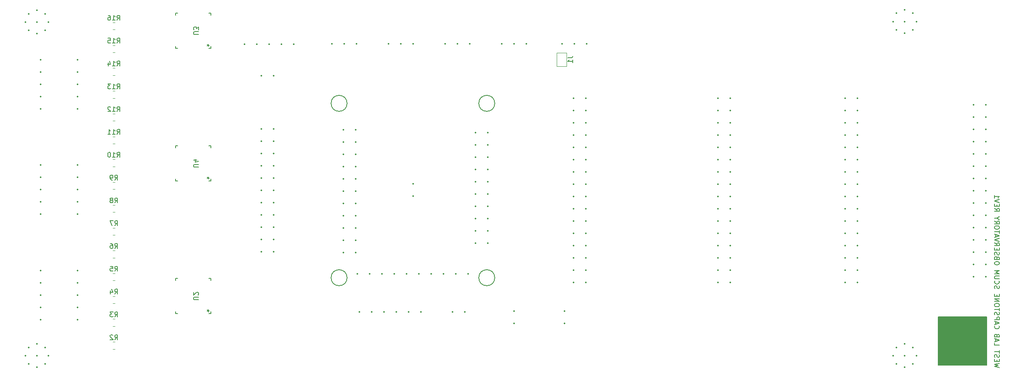
<source format=gbo>
%TF.GenerationSoftware,KiCad,Pcbnew,8.0.5*%
%TF.CreationDate,2025-02-05T22:29:24-08:00*%
%TF.ProjectId,Observatory,4f627365-7276-4617-946f-72792e6b6963,rev?*%
%TF.SameCoordinates,Original*%
%TF.FileFunction,Legend,Bot*%
%TF.FilePolarity,Positive*%
%FSLAX46Y46*%
G04 Gerber Fmt 4.6, Leading zero omitted, Abs format (unit mm)*
G04 Created by KiCad (PCBNEW 8.0.5) date 2025-02-05 22:29:24*
%MOMM*%
%LPD*%
G01*
G04 APERTURE LIST*
%ADD10C,0.150000*%
%ADD11C,0.152400*%
%ADD12C,0.120000*%
%ADD13C,0.350000*%
G04 APERTURE END LIST*
D10*
X244030180Y-115358458D02*
X243030180Y-115120363D01*
X243030180Y-115120363D02*
X243744466Y-114929887D01*
X243744466Y-114929887D02*
X243030180Y-114739411D01*
X243030180Y-114739411D02*
X244030180Y-114501316D01*
X243553990Y-114120363D02*
X243553990Y-113787030D01*
X243030180Y-113644173D02*
X243030180Y-114120363D01*
X243030180Y-114120363D02*
X244030180Y-114120363D01*
X244030180Y-114120363D02*
X244030180Y-113644173D01*
X243077800Y-113263220D02*
X243030180Y-113120363D01*
X243030180Y-113120363D02*
X243030180Y-112882268D01*
X243030180Y-112882268D02*
X243077800Y-112787030D01*
X243077800Y-112787030D02*
X243125419Y-112739411D01*
X243125419Y-112739411D02*
X243220657Y-112691792D01*
X243220657Y-112691792D02*
X243315895Y-112691792D01*
X243315895Y-112691792D02*
X243411133Y-112739411D01*
X243411133Y-112739411D02*
X243458752Y-112787030D01*
X243458752Y-112787030D02*
X243506371Y-112882268D01*
X243506371Y-112882268D02*
X243553990Y-113072744D01*
X243553990Y-113072744D02*
X243601609Y-113167982D01*
X243601609Y-113167982D02*
X243649228Y-113215601D01*
X243649228Y-113215601D02*
X243744466Y-113263220D01*
X243744466Y-113263220D02*
X243839704Y-113263220D01*
X243839704Y-113263220D02*
X243934942Y-113215601D01*
X243934942Y-113215601D02*
X243982561Y-113167982D01*
X243982561Y-113167982D02*
X244030180Y-113072744D01*
X244030180Y-113072744D02*
X244030180Y-112834649D01*
X244030180Y-112834649D02*
X243982561Y-112691792D01*
X244030180Y-112406077D02*
X244030180Y-111834649D01*
X243030180Y-112120363D02*
X244030180Y-112120363D01*
X243030180Y-110263220D02*
X243030180Y-110739410D01*
X243030180Y-110739410D02*
X244030180Y-110739410D01*
X243315895Y-109977505D02*
X243315895Y-109501315D01*
X243030180Y-110072743D02*
X244030180Y-109739410D01*
X244030180Y-109739410D02*
X243030180Y-109406077D01*
X243553990Y-108739410D02*
X243506371Y-108596553D01*
X243506371Y-108596553D02*
X243458752Y-108548934D01*
X243458752Y-108548934D02*
X243363514Y-108501315D01*
X243363514Y-108501315D02*
X243220657Y-108501315D01*
X243220657Y-108501315D02*
X243125419Y-108548934D01*
X243125419Y-108548934D02*
X243077800Y-108596553D01*
X243077800Y-108596553D02*
X243030180Y-108691791D01*
X243030180Y-108691791D02*
X243030180Y-109072743D01*
X243030180Y-109072743D02*
X244030180Y-109072743D01*
X244030180Y-109072743D02*
X244030180Y-108739410D01*
X244030180Y-108739410D02*
X243982561Y-108644172D01*
X243982561Y-108644172D02*
X243934942Y-108596553D01*
X243934942Y-108596553D02*
X243839704Y-108548934D01*
X243839704Y-108548934D02*
X243744466Y-108548934D01*
X243744466Y-108548934D02*
X243649228Y-108596553D01*
X243649228Y-108596553D02*
X243601609Y-108644172D01*
X243601609Y-108644172D02*
X243553990Y-108739410D01*
X243553990Y-108739410D02*
X243553990Y-109072743D01*
X243125419Y-106739410D02*
X243077800Y-106787029D01*
X243077800Y-106787029D02*
X243030180Y-106929886D01*
X243030180Y-106929886D02*
X243030180Y-107025124D01*
X243030180Y-107025124D02*
X243077800Y-107167981D01*
X243077800Y-107167981D02*
X243173038Y-107263219D01*
X243173038Y-107263219D02*
X243268276Y-107310838D01*
X243268276Y-107310838D02*
X243458752Y-107358457D01*
X243458752Y-107358457D02*
X243601609Y-107358457D01*
X243601609Y-107358457D02*
X243792085Y-107310838D01*
X243792085Y-107310838D02*
X243887323Y-107263219D01*
X243887323Y-107263219D02*
X243982561Y-107167981D01*
X243982561Y-107167981D02*
X244030180Y-107025124D01*
X244030180Y-107025124D02*
X244030180Y-106929886D01*
X244030180Y-106929886D02*
X243982561Y-106787029D01*
X243982561Y-106787029D02*
X243934942Y-106739410D01*
X243315895Y-106358457D02*
X243315895Y-105882267D01*
X243030180Y-106453695D02*
X244030180Y-106120362D01*
X244030180Y-106120362D02*
X243030180Y-105787029D01*
X243030180Y-105453695D02*
X244030180Y-105453695D01*
X244030180Y-105453695D02*
X244030180Y-105072743D01*
X244030180Y-105072743D02*
X243982561Y-104977505D01*
X243982561Y-104977505D02*
X243934942Y-104929886D01*
X243934942Y-104929886D02*
X243839704Y-104882267D01*
X243839704Y-104882267D02*
X243696847Y-104882267D01*
X243696847Y-104882267D02*
X243601609Y-104929886D01*
X243601609Y-104929886D02*
X243553990Y-104977505D01*
X243553990Y-104977505D02*
X243506371Y-105072743D01*
X243506371Y-105072743D02*
X243506371Y-105453695D01*
X243077800Y-104501314D02*
X243030180Y-104358457D01*
X243030180Y-104358457D02*
X243030180Y-104120362D01*
X243030180Y-104120362D02*
X243077800Y-104025124D01*
X243077800Y-104025124D02*
X243125419Y-103977505D01*
X243125419Y-103977505D02*
X243220657Y-103929886D01*
X243220657Y-103929886D02*
X243315895Y-103929886D01*
X243315895Y-103929886D02*
X243411133Y-103977505D01*
X243411133Y-103977505D02*
X243458752Y-104025124D01*
X243458752Y-104025124D02*
X243506371Y-104120362D01*
X243506371Y-104120362D02*
X243553990Y-104310838D01*
X243553990Y-104310838D02*
X243601609Y-104406076D01*
X243601609Y-104406076D02*
X243649228Y-104453695D01*
X243649228Y-104453695D02*
X243744466Y-104501314D01*
X243744466Y-104501314D02*
X243839704Y-104501314D01*
X243839704Y-104501314D02*
X243934942Y-104453695D01*
X243934942Y-104453695D02*
X243982561Y-104406076D01*
X243982561Y-104406076D02*
X244030180Y-104310838D01*
X244030180Y-104310838D02*
X244030180Y-104072743D01*
X244030180Y-104072743D02*
X243982561Y-103929886D01*
X244030180Y-103644171D02*
X244030180Y-103072743D01*
X243030180Y-103358457D02*
X244030180Y-103358457D01*
X244030180Y-102548933D02*
X244030180Y-102358457D01*
X244030180Y-102358457D02*
X243982561Y-102263219D01*
X243982561Y-102263219D02*
X243887323Y-102167981D01*
X243887323Y-102167981D02*
X243696847Y-102120362D01*
X243696847Y-102120362D02*
X243363514Y-102120362D01*
X243363514Y-102120362D02*
X243173038Y-102167981D01*
X243173038Y-102167981D02*
X243077800Y-102263219D01*
X243077800Y-102263219D02*
X243030180Y-102358457D01*
X243030180Y-102358457D02*
X243030180Y-102548933D01*
X243030180Y-102548933D02*
X243077800Y-102644171D01*
X243077800Y-102644171D02*
X243173038Y-102739409D01*
X243173038Y-102739409D02*
X243363514Y-102787028D01*
X243363514Y-102787028D02*
X243696847Y-102787028D01*
X243696847Y-102787028D02*
X243887323Y-102739409D01*
X243887323Y-102739409D02*
X243982561Y-102644171D01*
X243982561Y-102644171D02*
X244030180Y-102548933D01*
X243030180Y-101691790D02*
X244030180Y-101691790D01*
X244030180Y-101691790D02*
X243030180Y-101120362D01*
X243030180Y-101120362D02*
X244030180Y-101120362D01*
X243553990Y-100644171D02*
X243553990Y-100310838D01*
X243030180Y-100167981D02*
X243030180Y-100644171D01*
X243030180Y-100644171D02*
X244030180Y-100644171D01*
X244030180Y-100644171D02*
X244030180Y-100167981D01*
X243077800Y-99025123D02*
X243030180Y-98882266D01*
X243030180Y-98882266D02*
X243030180Y-98644171D01*
X243030180Y-98644171D02*
X243077800Y-98548933D01*
X243077800Y-98548933D02*
X243125419Y-98501314D01*
X243125419Y-98501314D02*
X243220657Y-98453695D01*
X243220657Y-98453695D02*
X243315895Y-98453695D01*
X243315895Y-98453695D02*
X243411133Y-98501314D01*
X243411133Y-98501314D02*
X243458752Y-98548933D01*
X243458752Y-98548933D02*
X243506371Y-98644171D01*
X243506371Y-98644171D02*
X243553990Y-98834647D01*
X243553990Y-98834647D02*
X243601609Y-98929885D01*
X243601609Y-98929885D02*
X243649228Y-98977504D01*
X243649228Y-98977504D02*
X243744466Y-99025123D01*
X243744466Y-99025123D02*
X243839704Y-99025123D01*
X243839704Y-99025123D02*
X243934942Y-98977504D01*
X243934942Y-98977504D02*
X243982561Y-98929885D01*
X243982561Y-98929885D02*
X244030180Y-98834647D01*
X244030180Y-98834647D02*
X244030180Y-98596552D01*
X244030180Y-98596552D02*
X243982561Y-98453695D01*
X243125419Y-97453695D02*
X243077800Y-97501314D01*
X243077800Y-97501314D02*
X243030180Y-97644171D01*
X243030180Y-97644171D02*
X243030180Y-97739409D01*
X243030180Y-97739409D02*
X243077800Y-97882266D01*
X243077800Y-97882266D02*
X243173038Y-97977504D01*
X243173038Y-97977504D02*
X243268276Y-98025123D01*
X243268276Y-98025123D02*
X243458752Y-98072742D01*
X243458752Y-98072742D02*
X243601609Y-98072742D01*
X243601609Y-98072742D02*
X243792085Y-98025123D01*
X243792085Y-98025123D02*
X243887323Y-97977504D01*
X243887323Y-97977504D02*
X243982561Y-97882266D01*
X243982561Y-97882266D02*
X244030180Y-97739409D01*
X244030180Y-97739409D02*
X244030180Y-97644171D01*
X244030180Y-97644171D02*
X243982561Y-97501314D01*
X243982561Y-97501314D02*
X243934942Y-97453695D01*
X244030180Y-97025123D02*
X243220657Y-97025123D01*
X243220657Y-97025123D02*
X243125419Y-96977504D01*
X243125419Y-96977504D02*
X243077800Y-96929885D01*
X243077800Y-96929885D02*
X243030180Y-96834647D01*
X243030180Y-96834647D02*
X243030180Y-96644171D01*
X243030180Y-96644171D02*
X243077800Y-96548933D01*
X243077800Y-96548933D02*
X243125419Y-96501314D01*
X243125419Y-96501314D02*
X243220657Y-96453695D01*
X243220657Y-96453695D02*
X244030180Y-96453695D01*
X243030180Y-95977504D02*
X244030180Y-95977504D01*
X244030180Y-95977504D02*
X243315895Y-95644171D01*
X243315895Y-95644171D02*
X244030180Y-95310838D01*
X244030180Y-95310838D02*
X243030180Y-95310838D01*
X244030180Y-93882266D02*
X244030180Y-93691790D01*
X244030180Y-93691790D02*
X243982561Y-93596552D01*
X243982561Y-93596552D02*
X243887323Y-93501314D01*
X243887323Y-93501314D02*
X243696847Y-93453695D01*
X243696847Y-93453695D02*
X243363514Y-93453695D01*
X243363514Y-93453695D02*
X243173038Y-93501314D01*
X243173038Y-93501314D02*
X243077800Y-93596552D01*
X243077800Y-93596552D02*
X243030180Y-93691790D01*
X243030180Y-93691790D02*
X243030180Y-93882266D01*
X243030180Y-93882266D02*
X243077800Y-93977504D01*
X243077800Y-93977504D02*
X243173038Y-94072742D01*
X243173038Y-94072742D02*
X243363514Y-94120361D01*
X243363514Y-94120361D02*
X243696847Y-94120361D01*
X243696847Y-94120361D02*
X243887323Y-94072742D01*
X243887323Y-94072742D02*
X243982561Y-93977504D01*
X243982561Y-93977504D02*
X244030180Y-93882266D01*
X243553990Y-92691790D02*
X243506371Y-92548933D01*
X243506371Y-92548933D02*
X243458752Y-92501314D01*
X243458752Y-92501314D02*
X243363514Y-92453695D01*
X243363514Y-92453695D02*
X243220657Y-92453695D01*
X243220657Y-92453695D02*
X243125419Y-92501314D01*
X243125419Y-92501314D02*
X243077800Y-92548933D01*
X243077800Y-92548933D02*
X243030180Y-92644171D01*
X243030180Y-92644171D02*
X243030180Y-93025123D01*
X243030180Y-93025123D02*
X244030180Y-93025123D01*
X244030180Y-93025123D02*
X244030180Y-92691790D01*
X244030180Y-92691790D02*
X243982561Y-92596552D01*
X243982561Y-92596552D02*
X243934942Y-92548933D01*
X243934942Y-92548933D02*
X243839704Y-92501314D01*
X243839704Y-92501314D02*
X243744466Y-92501314D01*
X243744466Y-92501314D02*
X243649228Y-92548933D01*
X243649228Y-92548933D02*
X243601609Y-92596552D01*
X243601609Y-92596552D02*
X243553990Y-92691790D01*
X243553990Y-92691790D02*
X243553990Y-93025123D01*
X243077800Y-92072742D02*
X243030180Y-91929885D01*
X243030180Y-91929885D02*
X243030180Y-91691790D01*
X243030180Y-91691790D02*
X243077800Y-91596552D01*
X243077800Y-91596552D02*
X243125419Y-91548933D01*
X243125419Y-91548933D02*
X243220657Y-91501314D01*
X243220657Y-91501314D02*
X243315895Y-91501314D01*
X243315895Y-91501314D02*
X243411133Y-91548933D01*
X243411133Y-91548933D02*
X243458752Y-91596552D01*
X243458752Y-91596552D02*
X243506371Y-91691790D01*
X243506371Y-91691790D02*
X243553990Y-91882266D01*
X243553990Y-91882266D02*
X243601609Y-91977504D01*
X243601609Y-91977504D02*
X243649228Y-92025123D01*
X243649228Y-92025123D02*
X243744466Y-92072742D01*
X243744466Y-92072742D02*
X243839704Y-92072742D01*
X243839704Y-92072742D02*
X243934942Y-92025123D01*
X243934942Y-92025123D02*
X243982561Y-91977504D01*
X243982561Y-91977504D02*
X244030180Y-91882266D01*
X244030180Y-91882266D02*
X244030180Y-91644171D01*
X244030180Y-91644171D02*
X243982561Y-91501314D01*
X243553990Y-91072742D02*
X243553990Y-90739409D01*
X243030180Y-90596552D02*
X243030180Y-91072742D01*
X243030180Y-91072742D02*
X244030180Y-91072742D01*
X244030180Y-91072742D02*
X244030180Y-90596552D01*
X243030180Y-89596552D02*
X243506371Y-89929885D01*
X243030180Y-90167980D02*
X244030180Y-90167980D01*
X244030180Y-90167980D02*
X244030180Y-89787028D01*
X244030180Y-89787028D02*
X243982561Y-89691790D01*
X243982561Y-89691790D02*
X243934942Y-89644171D01*
X243934942Y-89644171D02*
X243839704Y-89596552D01*
X243839704Y-89596552D02*
X243696847Y-89596552D01*
X243696847Y-89596552D02*
X243601609Y-89644171D01*
X243601609Y-89644171D02*
X243553990Y-89691790D01*
X243553990Y-89691790D02*
X243506371Y-89787028D01*
X243506371Y-89787028D02*
X243506371Y-90167980D01*
X244030180Y-89310837D02*
X243030180Y-88977504D01*
X243030180Y-88977504D02*
X244030180Y-88644171D01*
X243315895Y-88358456D02*
X243315895Y-87882266D01*
X243030180Y-88453694D02*
X244030180Y-88120361D01*
X244030180Y-88120361D02*
X243030180Y-87787028D01*
X244030180Y-87596551D02*
X244030180Y-87025123D01*
X243030180Y-87310837D02*
X244030180Y-87310837D01*
X244030180Y-86501313D02*
X244030180Y-86310837D01*
X244030180Y-86310837D02*
X243982561Y-86215599D01*
X243982561Y-86215599D02*
X243887323Y-86120361D01*
X243887323Y-86120361D02*
X243696847Y-86072742D01*
X243696847Y-86072742D02*
X243363514Y-86072742D01*
X243363514Y-86072742D02*
X243173038Y-86120361D01*
X243173038Y-86120361D02*
X243077800Y-86215599D01*
X243077800Y-86215599D02*
X243030180Y-86310837D01*
X243030180Y-86310837D02*
X243030180Y-86501313D01*
X243030180Y-86501313D02*
X243077800Y-86596551D01*
X243077800Y-86596551D02*
X243173038Y-86691789D01*
X243173038Y-86691789D02*
X243363514Y-86739408D01*
X243363514Y-86739408D02*
X243696847Y-86739408D01*
X243696847Y-86739408D02*
X243887323Y-86691789D01*
X243887323Y-86691789D02*
X243982561Y-86596551D01*
X243982561Y-86596551D02*
X244030180Y-86501313D01*
X243030180Y-85072742D02*
X243506371Y-85406075D01*
X243030180Y-85644170D02*
X244030180Y-85644170D01*
X244030180Y-85644170D02*
X244030180Y-85263218D01*
X244030180Y-85263218D02*
X243982561Y-85167980D01*
X243982561Y-85167980D02*
X243934942Y-85120361D01*
X243934942Y-85120361D02*
X243839704Y-85072742D01*
X243839704Y-85072742D02*
X243696847Y-85072742D01*
X243696847Y-85072742D02*
X243601609Y-85120361D01*
X243601609Y-85120361D02*
X243553990Y-85167980D01*
X243553990Y-85167980D02*
X243506371Y-85263218D01*
X243506371Y-85263218D02*
X243506371Y-85644170D01*
X243506371Y-84453694D02*
X243030180Y-84453694D01*
X244030180Y-84787027D02*
X243506371Y-84453694D01*
X243506371Y-84453694D02*
X244030180Y-84120361D01*
X243030180Y-82453694D02*
X243506371Y-82787027D01*
X243030180Y-83025122D02*
X244030180Y-83025122D01*
X244030180Y-83025122D02*
X244030180Y-82644170D01*
X244030180Y-82644170D02*
X243982561Y-82548932D01*
X243982561Y-82548932D02*
X243934942Y-82501313D01*
X243934942Y-82501313D02*
X243839704Y-82453694D01*
X243839704Y-82453694D02*
X243696847Y-82453694D01*
X243696847Y-82453694D02*
X243601609Y-82501313D01*
X243601609Y-82501313D02*
X243553990Y-82548932D01*
X243553990Y-82548932D02*
X243506371Y-82644170D01*
X243506371Y-82644170D02*
X243506371Y-83025122D01*
X243553990Y-82025122D02*
X243553990Y-81691789D01*
X243030180Y-81548932D02*
X243030180Y-82025122D01*
X243030180Y-82025122D02*
X244030180Y-82025122D01*
X244030180Y-82025122D02*
X244030180Y-81548932D01*
X244030180Y-81263217D02*
X243030180Y-80929884D01*
X243030180Y-80929884D02*
X244030180Y-80596551D01*
X243030180Y-79739408D02*
X243030180Y-80310836D01*
X243030180Y-80025122D02*
X244030180Y-80025122D01*
X244030180Y-80025122D02*
X243887323Y-80120360D01*
X243887323Y-80120360D02*
X243792085Y-80215598D01*
X243792085Y-80215598D02*
X243744466Y-80310836D01*
D11*
X231400000Y-104900000D02*
X241400000Y-104900000D01*
X241400000Y-114900000D01*
X231400000Y-114900000D01*
X231400000Y-104900000D01*
G36*
X231400000Y-104900000D02*
G01*
X241400000Y-104900000D01*
X241400000Y-114900000D01*
X231400000Y-114900000D01*
X231400000Y-104900000D01*
G37*
D10*
X78745180Y-73919304D02*
X77935657Y-73919304D01*
X77935657Y-73919304D02*
X77840419Y-73871685D01*
X77840419Y-73871685D02*
X77792800Y-73824066D01*
X77792800Y-73824066D02*
X77745180Y-73728828D01*
X77745180Y-73728828D02*
X77745180Y-73538352D01*
X77745180Y-73538352D02*
X77792800Y-73443114D01*
X77792800Y-73443114D02*
X77840419Y-73395495D01*
X77840419Y-73395495D02*
X77935657Y-73347876D01*
X77935657Y-73347876D02*
X78745180Y-73347876D01*
X78411847Y-72443114D02*
X77745180Y-72443114D01*
X78792800Y-72681209D02*
X78078514Y-72919304D01*
X78078514Y-72919304D02*
X78078514Y-72300257D01*
X80945180Y-76157399D02*
X80707085Y-76157399D01*
X80802323Y-76395494D02*
X80707085Y-76157399D01*
X80707085Y-76157399D02*
X80802323Y-75919304D01*
X80516609Y-76300256D02*
X80707085Y-76157399D01*
X80707085Y-76157399D02*
X80516609Y-76014542D01*
X78745180Y-46476704D02*
X77935657Y-46476704D01*
X77935657Y-46476704D02*
X77840419Y-46429085D01*
X77840419Y-46429085D02*
X77792800Y-46381466D01*
X77792800Y-46381466D02*
X77745180Y-46286228D01*
X77745180Y-46286228D02*
X77745180Y-46095752D01*
X77745180Y-46095752D02*
X77792800Y-46000514D01*
X77792800Y-46000514D02*
X77840419Y-45952895D01*
X77840419Y-45952895D02*
X77935657Y-45905276D01*
X77935657Y-45905276D02*
X78745180Y-45905276D01*
X78745180Y-45524323D02*
X78745180Y-44905276D01*
X78745180Y-44905276D02*
X78364228Y-45238609D01*
X78364228Y-45238609D02*
X78364228Y-45095752D01*
X78364228Y-45095752D02*
X78316609Y-45000514D01*
X78316609Y-45000514D02*
X78268990Y-44952895D01*
X78268990Y-44952895D02*
X78173752Y-44905276D01*
X78173752Y-44905276D02*
X77935657Y-44905276D01*
X77935657Y-44905276D02*
X77840419Y-44952895D01*
X77840419Y-44952895D02*
X77792800Y-45000514D01*
X77792800Y-45000514D02*
X77745180Y-45095752D01*
X77745180Y-45095752D02*
X77745180Y-45381466D01*
X77745180Y-45381466D02*
X77792800Y-45476704D01*
X77792800Y-45476704D02*
X77840419Y-45524323D01*
X80945180Y-48714799D02*
X80707085Y-48714799D01*
X80802323Y-48952894D02*
X80707085Y-48714799D01*
X80707085Y-48714799D02*
X80802323Y-48476704D01*
X80516609Y-48857656D02*
X80707085Y-48714799D01*
X80707085Y-48714799D02*
X80516609Y-48571942D01*
X78745180Y-101361904D02*
X77935657Y-101361904D01*
X77935657Y-101361904D02*
X77840419Y-101314285D01*
X77840419Y-101314285D02*
X77792800Y-101266666D01*
X77792800Y-101266666D02*
X77745180Y-101171428D01*
X77745180Y-101171428D02*
X77745180Y-100980952D01*
X77745180Y-100980952D02*
X77792800Y-100885714D01*
X77792800Y-100885714D02*
X77840419Y-100838095D01*
X77840419Y-100838095D02*
X77935657Y-100790476D01*
X77935657Y-100790476D02*
X78745180Y-100790476D01*
X78649942Y-100361904D02*
X78697561Y-100314285D01*
X78697561Y-100314285D02*
X78745180Y-100219047D01*
X78745180Y-100219047D02*
X78745180Y-99980952D01*
X78745180Y-99980952D02*
X78697561Y-99885714D01*
X78697561Y-99885714D02*
X78649942Y-99838095D01*
X78649942Y-99838095D02*
X78554704Y-99790476D01*
X78554704Y-99790476D02*
X78459466Y-99790476D01*
X78459466Y-99790476D02*
X78316609Y-99838095D01*
X78316609Y-99838095D02*
X77745180Y-100409523D01*
X77745180Y-100409523D02*
X77745180Y-99790476D01*
X80945180Y-103599999D02*
X80707085Y-103599999D01*
X80802323Y-103838094D02*
X80707085Y-103599999D01*
X80707085Y-103599999D02*
X80802323Y-103361904D01*
X80516609Y-103742856D02*
X80707085Y-103599999D01*
X80707085Y-103599999D02*
X80516609Y-103457142D01*
X154954819Y-51316666D02*
X155669104Y-51316666D01*
X155669104Y-51316666D02*
X155811961Y-51269047D01*
X155811961Y-51269047D02*
X155907200Y-51173809D01*
X155907200Y-51173809D02*
X155954819Y-51030952D01*
X155954819Y-51030952D02*
X155954819Y-50935714D01*
X155954819Y-52316666D02*
X155954819Y-51745238D01*
X155954819Y-52030952D02*
X154954819Y-52030952D01*
X154954819Y-52030952D02*
X155097676Y-51935714D01*
X155097676Y-51935714D02*
X155192914Y-51840476D01*
X155192914Y-51840476D02*
X155240533Y-51745238D01*
X61466666Y-109609519D02*
X61799999Y-109133328D01*
X62038094Y-109609519D02*
X62038094Y-108609519D01*
X62038094Y-108609519D02*
X61657142Y-108609519D01*
X61657142Y-108609519D02*
X61561904Y-108657138D01*
X61561904Y-108657138D02*
X61514285Y-108704757D01*
X61514285Y-108704757D02*
X61466666Y-108799995D01*
X61466666Y-108799995D02*
X61466666Y-108942852D01*
X61466666Y-108942852D02*
X61514285Y-109038090D01*
X61514285Y-109038090D02*
X61561904Y-109085709D01*
X61561904Y-109085709D02*
X61657142Y-109133328D01*
X61657142Y-109133328D02*
X62038094Y-109133328D01*
X61085713Y-108704757D02*
X61038094Y-108657138D01*
X61038094Y-108657138D02*
X60942856Y-108609519D01*
X60942856Y-108609519D02*
X60704761Y-108609519D01*
X60704761Y-108609519D02*
X60609523Y-108657138D01*
X60609523Y-108657138D02*
X60561904Y-108704757D01*
X60561904Y-108704757D02*
X60514285Y-108799995D01*
X60514285Y-108799995D02*
X60514285Y-108895233D01*
X60514285Y-108895233D02*
X60561904Y-109038090D01*
X60561904Y-109038090D02*
X61133332Y-109609519D01*
X61133332Y-109609519D02*
X60514285Y-109609519D01*
X61466666Y-100166619D02*
X61799999Y-99690428D01*
X62038094Y-100166619D02*
X62038094Y-99166619D01*
X62038094Y-99166619D02*
X61657142Y-99166619D01*
X61657142Y-99166619D02*
X61561904Y-99214238D01*
X61561904Y-99214238D02*
X61514285Y-99261857D01*
X61514285Y-99261857D02*
X61466666Y-99357095D01*
X61466666Y-99357095D02*
X61466666Y-99499952D01*
X61466666Y-99499952D02*
X61514285Y-99595190D01*
X61514285Y-99595190D02*
X61561904Y-99642809D01*
X61561904Y-99642809D02*
X61657142Y-99690428D01*
X61657142Y-99690428D02*
X62038094Y-99690428D01*
X60609523Y-99499952D02*
X60609523Y-100166619D01*
X60847618Y-99119000D02*
X61085713Y-99833285D01*
X61085713Y-99833285D02*
X60466666Y-99833285D01*
X61942857Y-62423719D02*
X62276190Y-61947528D01*
X62514285Y-62423719D02*
X62514285Y-61423719D01*
X62514285Y-61423719D02*
X62133333Y-61423719D01*
X62133333Y-61423719D02*
X62038095Y-61471338D01*
X62038095Y-61471338D02*
X61990476Y-61518957D01*
X61990476Y-61518957D02*
X61942857Y-61614195D01*
X61942857Y-61614195D02*
X61942857Y-61757052D01*
X61942857Y-61757052D02*
X61990476Y-61852290D01*
X61990476Y-61852290D02*
X62038095Y-61899909D01*
X62038095Y-61899909D02*
X62133333Y-61947528D01*
X62133333Y-61947528D02*
X62514285Y-61947528D01*
X60990476Y-62423719D02*
X61561904Y-62423719D01*
X61276190Y-62423719D02*
X61276190Y-61423719D01*
X61276190Y-61423719D02*
X61371428Y-61566576D01*
X61371428Y-61566576D02*
X61466666Y-61661814D01*
X61466666Y-61661814D02*
X61561904Y-61709433D01*
X60609523Y-61518957D02*
X60561904Y-61471338D01*
X60561904Y-61471338D02*
X60466666Y-61423719D01*
X60466666Y-61423719D02*
X60228571Y-61423719D01*
X60228571Y-61423719D02*
X60133333Y-61471338D01*
X60133333Y-61471338D02*
X60085714Y-61518957D01*
X60085714Y-61518957D02*
X60038095Y-61614195D01*
X60038095Y-61614195D02*
X60038095Y-61709433D01*
X60038095Y-61709433D02*
X60085714Y-61852290D01*
X60085714Y-61852290D02*
X60657142Y-62423719D01*
X60657142Y-62423719D02*
X60038095Y-62423719D01*
X61466666Y-86016619D02*
X61799999Y-85540428D01*
X62038094Y-86016619D02*
X62038094Y-85016619D01*
X62038094Y-85016619D02*
X61657142Y-85016619D01*
X61657142Y-85016619D02*
X61561904Y-85064238D01*
X61561904Y-85064238D02*
X61514285Y-85111857D01*
X61514285Y-85111857D02*
X61466666Y-85207095D01*
X61466666Y-85207095D02*
X61466666Y-85349952D01*
X61466666Y-85349952D02*
X61514285Y-85445190D01*
X61514285Y-85445190D02*
X61561904Y-85492809D01*
X61561904Y-85492809D02*
X61657142Y-85540428D01*
X61657142Y-85540428D02*
X62038094Y-85540428D01*
X61133332Y-85016619D02*
X60466666Y-85016619D01*
X60466666Y-85016619D02*
X60895237Y-86016619D01*
X61942857Y-52980919D02*
X62276190Y-52504728D01*
X62514285Y-52980919D02*
X62514285Y-51980919D01*
X62514285Y-51980919D02*
X62133333Y-51980919D01*
X62133333Y-51980919D02*
X62038095Y-52028538D01*
X62038095Y-52028538D02*
X61990476Y-52076157D01*
X61990476Y-52076157D02*
X61942857Y-52171395D01*
X61942857Y-52171395D02*
X61942857Y-52314252D01*
X61942857Y-52314252D02*
X61990476Y-52409490D01*
X61990476Y-52409490D02*
X62038095Y-52457109D01*
X62038095Y-52457109D02*
X62133333Y-52504728D01*
X62133333Y-52504728D02*
X62514285Y-52504728D01*
X60990476Y-52980919D02*
X61561904Y-52980919D01*
X61276190Y-52980919D02*
X61276190Y-51980919D01*
X61276190Y-51980919D02*
X61371428Y-52123776D01*
X61371428Y-52123776D02*
X61466666Y-52219014D01*
X61466666Y-52219014D02*
X61561904Y-52266633D01*
X60133333Y-52314252D02*
X60133333Y-52980919D01*
X60371428Y-51933300D02*
X60609523Y-52647585D01*
X60609523Y-52647585D02*
X59990476Y-52647585D01*
X61466666Y-90723719D02*
X61799999Y-90247528D01*
X62038094Y-90723719D02*
X62038094Y-89723719D01*
X62038094Y-89723719D02*
X61657142Y-89723719D01*
X61657142Y-89723719D02*
X61561904Y-89771338D01*
X61561904Y-89771338D02*
X61514285Y-89818957D01*
X61514285Y-89818957D02*
X61466666Y-89914195D01*
X61466666Y-89914195D02*
X61466666Y-90057052D01*
X61466666Y-90057052D02*
X61514285Y-90152290D01*
X61514285Y-90152290D02*
X61561904Y-90199909D01*
X61561904Y-90199909D02*
X61657142Y-90247528D01*
X61657142Y-90247528D02*
X62038094Y-90247528D01*
X60609523Y-89723719D02*
X60799999Y-89723719D01*
X60799999Y-89723719D02*
X60895237Y-89771338D01*
X60895237Y-89771338D02*
X60942856Y-89818957D01*
X60942856Y-89818957D02*
X61038094Y-89961814D01*
X61038094Y-89961814D02*
X61085713Y-90152290D01*
X61085713Y-90152290D02*
X61085713Y-90533242D01*
X61085713Y-90533242D02*
X61038094Y-90628480D01*
X61038094Y-90628480D02*
X60990475Y-90676100D01*
X60990475Y-90676100D02*
X60895237Y-90723719D01*
X60895237Y-90723719D02*
X60704761Y-90723719D01*
X60704761Y-90723719D02*
X60609523Y-90676100D01*
X60609523Y-90676100D02*
X60561904Y-90628480D01*
X60561904Y-90628480D02*
X60514285Y-90533242D01*
X60514285Y-90533242D02*
X60514285Y-90295147D01*
X60514285Y-90295147D02*
X60561904Y-90199909D01*
X60561904Y-90199909D02*
X60609523Y-90152290D01*
X60609523Y-90152290D02*
X60704761Y-90104671D01*
X60704761Y-90104671D02*
X60895237Y-90104671D01*
X60895237Y-90104671D02*
X60990475Y-90152290D01*
X60990475Y-90152290D02*
X61038094Y-90199909D01*
X61038094Y-90199909D02*
X61085713Y-90295147D01*
X61942857Y-43538019D02*
X62276190Y-43061828D01*
X62514285Y-43538019D02*
X62514285Y-42538019D01*
X62514285Y-42538019D02*
X62133333Y-42538019D01*
X62133333Y-42538019D02*
X62038095Y-42585638D01*
X62038095Y-42585638D02*
X61990476Y-42633257D01*
X61990476Y-42633257D02*
X61942857Y-42728495D01*
X61942857Y-42728495D02*
X61942857Y-42871352D01*
X61942857Y-42871352D02*
X61990476Y-42966590D01*
X61990476Y-42966590D02*
X62038095Y-43014209D01*
X62038095Y-43014209D02*
X62133333Y-43061828D01*
X62133333Y-43061828D02*
X62514285Y-43061828D01*
X60990476Y-43538019D02*
X61561904Y-43538019D01*
X61276190Y-43538019D02*
X61276190Y-42538019D01*
X61276190Y-42538019D02*
X61371428Y-42680876D01*
X61371428Y-42680876D02*
X61466666Y-42776114D01*
X61466666Y-42776114D02*
X61561904Y-42823733D01*
X60133333Y-42538019D02*
X60323809Y-42538019D01*
X60323809Y-42538019D02*
X60419047Y-42585638D01*
X60419047Y-42585638D02*
X60466666Y-42633257D01*
X60466666Y-42633257D02*
X60561904Y-42776114D01*
X60561904Y-42776114D02*
X60609523Y-42966590D01*
X60609523Y-42966590D02*
X60609523Y-43347542D01*
X60609523Y-43347542D02*
X60561904Y-43442780D01*
X60561904Y-43442780D02*
X60514285Y-43490400D01*
X60514285Y-43490400D02*
X60419047Y-43538019D01*
X60419047Y-43538019D02*
X60228571Y-43538019D01*
X60228571Y-43538019D02*
X60133333Y-43490400D01*
X60133333Y-43490400D02*
X60085714Y-43442780D01*
X60085714Y-43442780D02*
X60038095Y-43347542D01*
X60038095Y-43347542D02*
X60038095Y-43109447D01*
X60038095Y-43109447D02*
X60085714Y-43014209D01*
X60085714Y-43014209D02*
X60133333Y-42966590D01*
X60133333Y-42966590D02*
X60228571Y-42918971D01*
X60228571Y-42918971D02*
X60419047Y-42918971D01*
X60419047Y-42918971D02*
X60514285Y-42966590D01*
X60514285Y-42966590D02*
X60561904Y-43014209D01*
X60561904Y-43014209D02*
X60609523Y-43109447D01*
X61466666Y-76573719D02*
X61799999Y-76097528D01*
X62038094Y-76573719D02*
X62038094Y-75573719D01*
X62038094Y-75573719D02*
X61657142Y-75573719D01*
X61657142Y-75573719D02*
X61561904Y-75621338D01*
X61561904Y-75621338D02*
X61514285Y-75668957D01*
X61514285Y-75668957D02*
X61466666Y-75764195D01*
X61466666Y-75764195D02*
X61466666Y-75907052D01*
X61466666Y-75907052D02*
X61514285Y-76002290D01*
X61514285Y-76002290D02*
X61561904Y-76049909D01*
X61561904Y-76049909D02*
X61657142Y-76097528D01*
X61657142Y-76097528D02*
X62038094Y-76097528D01*
X60990475Y-76573719D02*
X60799999Y-76573719D01*
X60799999Y-76573719D02*
X60704761Y-76526100D01*
X60704761Y-76526100D02*
X60657142Y-76478480D01*
X60657142Y-76478480D02*
X60561904Y-76335623D01*
X60561904Y-76335623D02*
X60514285Y-76145147D01*
X60514285Y-76145147D02*
X60514285Y-75764195D01*
X60514285Y-75764195D02*
X60561904Y-75668957D01*
X60561904Y-75668957D02*
X60609523Y-75621338D01*
X60609523Y-75621338D02*
X60704761Y-75573719D01*
X60704761Y-75573719D02*
X60895237Y-75573719D01*
X60895237Y-75573719D02*
X60990475Y-75621338D01*
X60990475Y-75621338D02*
X61038094Y-75668957D01*
X61038094Y-75668957D02*
X61085713Y-75764195D01*
X61085713Y-75764195D02*
X61085713Y-76002290D01*
X61085713Y-76002290D02*
X61038094Y-76097528D01*
X61038094Y-76097528D02*
X60990475Y-76145147D01*
X60990475Y-76145147D02*
X60895237Y-76192766D01*
X60895237Y-76192766D02*
X60704761Y-76192766D01*
X60704761Y-76192766D02*
X60609523Y-76145147D01*
X60609523Y-76145147D02*
X60561904Y-76097528D01*
X60561904Y-76097528D02*
X60514285Y-76002290D01*
X61942857Y-57702319D02*
X62276190Y-57226128D01*
X62514285Y-57702319D02*
X62514285Y-56702319D01*
X62514285Y-56702319D02*
X62133333Y-56702319D01*
X62133333Y-56702319D02*
X62038095Y-56749938D01*
X62038095Y-56749938D02*
X61990476Y-56797557D01*
X61990476Y-56797557D02*
X61942857Y-56892795D01*
X61942857Y-56892795D02*
X61942857Y-57035652D01*
X61942857Y-57035652D02*
X61990476Y-57130890D01*
X61990476Y-57130890D02*
X62038095Y-57178509D01*
X62038095Y-57178509D02*
X62133333Y-57226128D01*
X62133333Y-57226128D02*
X62514285Y-57226128D01*
X60990476Y-57702319D02*
X61561904Y-57702319D01*
X61276190Y-57702319D02*
X61276190Y-56702319D01*
X61276190Y-56702319D02*
X61371428Y-56845176D01*
X61371428Y-56845176D02*
X61466666Y-56940414D01*
X61466666Y-56940414D02*
X61561904Y-56988033D01*
X60657142Y-56702319D02*
X60038095Y-56702319D01*
X60038095Y-56702319D02*
X60371428Y-57083271D01*
X60371428Y-57083271D02*
X60228571Y-57083271D01*
X60228571Y-57083271D02*
X60133333Y-57130890D01*
X60133333Y-57130890D02*
X60085714Y-57178509D01*
X60085714Y-57178509D02*
X60038095Y-57273747D01*
X60038095Y-57273747D02*
X60038095Y-57511842D01*
X60038095Y-57511842D02*
X60085714Y-57607080D01*
X60085714Y-57607080D02*
X60133333Y-57654700D01*
X60133333Y-57654700D02*
X60228571Y-57702319D01*
X60228571Y-57702319D02*
X60514285Y-57702319D01*
X60514285Y-57702319D02*
X60609523Y-57654700D01*
X60609523Y-57654700D02*
X60657142Y-57607080D01*
X61466666Y-104888019D02*
X61799999Y-104411828D01*
X62038094Y-104888019D02*
X62038094Y-103888019D01*
X62038094Y-103888019D02*
X61657142Y-103888019D01*
X61657142Y-103888019D02*
X61561904Y-103935638D01*
X61561904Y-103935638D02*
X61514285Y-103983257D01*
X61514285Y-103983257D02*
X61466666Y-104078495D01*
X61466666Y-104078495D02*
X61466666Y-104221352D01*
X61466666Y-104221352D02*
X61514285Y-104316590D01*
X61514285Y-104316590D02*
X61561904Y-104364209D01*
X61561904Y-104364209D02*
X61657142Y-104411828D01*
X61657142Y-104411828D02*
X62038094Y-104411828D01*
X61133332Y-103888019D02*
X60514285Y-103888019D01*
X60514285Y-103888019D02*
X60847618Y-104268971D01*
X60847618Y-104268971D02*
X60704761Y-104268971D01*
X60704761Y-104268971D02*
X60609523Y-104316590D01*
X60609523Y-104316590D02*
X60561904Y-104364209D01*
X60561904Y-104364209D02*
X60514285Y-104459447D01*
X60514285Y-104459447D02*
X60514285Y-104697542D01*
X60514285Y-104697542D02*
X60561904Y-104792780D01*
X60561904Y-104792780D02*
X60609523Y-104840400D01*
X60609523Y-104840400D02*
X60704761Y-104888019D01*
X60704761Y-104888019D02*
X60990475Y-104888019D01*
X60990475Y-104888019D02*
X61085713Y-104840400D01*
X61085713Y-104840400D02*
X61133332Y-104792780D01*
X61466666Y-95445219D02*
X61799999Y-94969028D01*
X62038094Y-95445219D02*
X62038094Y-94445219D01*
X62038094Y-94445219D02*
X61657142Y-94445219D01*
X61657142Y-94445219D02*
X61561904Y-94492838D01*
X61561904Y-94492838D02*
X61514285Y-94540457D01*
X61514285Y-94540457D02*
X61466666Y-94635695D01*
X61466666Y-94635695D02*
X61466666Y-94778552D01*
X61466666Y-94778552D02*
X61514285Y-94873790D01*
X61514285Y-94873790D02*
X61561904Y-94921409D01*
X61561904Y-94921409D02*
X61657142Y-94969028D01*
X61657142Y-94969028D02*
X62038094Y-94969028D01*
X60561904Y-94445219D02*
X61038094Y-94445219D01*
X61038094Y-94445219D02*
X61085713Y-94921409D01*
X61085713Y-94921409D02*
X61038094Y-94873790D01*
X61038094Y-94873790D02*
X60942856Y-94826171D01*
X60942856Y-94826171D02*
X60704761Y-94826171D01*
X60704761Y-94826171D02*
X60609523Y-94873790D01*
X60609523Y-94873790D02*
X60561904Y-94921409D01*
X60561904Y-94921409D02*
X60514285Y-95016647D01*
X60514285Y-95016647D02*
X60514285Y-95254742D01*
X60514285Y-95254742D02*
X60561904Y-95349980D01*
X60561904Y-95349980D02*
X60609523Y-95397600D01*
X60609523Y-95397600D02*
X60704761Y-95445219D01*
X60704761Y-95445219D02*
X60942856Y-95445219D01*
X60942856Y-95445219D02*
X61038094Y-95397600D01*
X61038094Y-95397600D02*
X61085713Y-95349980D01*
X61466666Y-81295219D02*
X61799999Y-80819028D01*
X62038094Y-81295219D02*
X62038094Y-80295219D01*
X62038094Y-80295219D02*
X61657142Y-80295219D01*
X61657142Y-80295219D02*
X61561904Y-80342838D01*
X61561904Y-80342838D02*
X61514285Y-80390457D01*
X61514285Y-80390457D02*
X61466666Y-80485695D01*
X61466666Y-80485695D02*
X61466666Y-80628552D01*
X61466666Y-80628552D02*
X61514285Y-80723790D01*
X61514285Y-80723790D02*
X61561904Y-80771409D01*
X61561904Y-80771409D02*
X61657142Y-80819028D01*
X61657142Y-80819028D02*
X62038094Y-80819028D01*
X60895237Y-80723790D02*
X60990475Y-80676171D01*
X60990475Y-80676171D02*
X61038094Y-80628552D01*
X61038094Y-80628552D02*
X61085713Y-80533314D01*
X61085713Y-80533314D02*
X61085713Y-80485695D01*
X61085713Y-80485695D02*
X61038094Y-80390457D01*
X61038094Y-80390457D02*
X60990475Y-80342838D01*
X60990475Y-80342838D02*
X60895237Y-80295219D01*
X60895237Y-80295219D02*
X60704761Y-80295219D01*
X60704761Y-80295219D02*
X60609523Y-80342838D01*
X60609523Y-80342838D02*
X60561904Y-80390457D01*
X60561904Y-80390457D02*
X60514285Y-80485695D01*
X60514285Y-80485695D02*
X60514285Y-80533314D01*
X60514285Y-80533314D02*
X60561904Y-80628552D01*
X60561904Y-80628552D02*
X60609523Y-80676171D01*
X60609523Y-80676171D02*
X60704761Y-80723790D01*
X60704761Y-80723790D02*
X60895237Y-80723790D01*
X60895237Y-80723790D02*
X60990475Y-80771409D01*
X60990475Y-80771409D02*
X61038094Y-80819028D01*
X61038094Y-80819028D02*
X61085713Y-80914266D01*
X61085713Y-80914266D02*
X61085713Y-81104742D01*
X61085713Y-81104742D02*
X61038094Y-81199980D01*
X61038094Y-81199980D02*
X60990475Y-81247600D01*
X60990475Y-81247600D02*
X60895237Y-81295219D01*
X60895237Y-81295219D02*
X60704761Y-81295219D01*
X60704761Y-81295219D02*
X60609523Y-81247600D01*
X60609523Y-81247600D02*
X60561904Y-81199980D01*
X60561904Y-81199980D02*
X60514285Y-81104742D01*
X60514285Y-81104742D02*
X60514285Y-80914266D01*
X60514285Y-80914266D02*
X60561904Y-80819028D01*
X60561904Y-80819028D02*
X60609523Y-80771409D01*
X60609523Y-80771409D02*
X60704761Y-80723790D01*
X61942857Y-71852319D02*
X62276190Y-71376128D01*
X62514285Y-71852319D02*
X62514285Y-70852319D01*
X62514285Y-70852319D02*
X62133333Y-70852319D01*
X62133333Y-70852319D02*
X62038095Y-70899938D01*
X62038095Y-70899938D02*
X61990476Y-70947557D01*
X61990476Y-70947557D02*
X61942857Y-71042795D01*
X61942857Y-71042795D02*
X61942857Y-71185652D01*
X61942857Y-71185652D02*
X61990476Y-71280890D01*
X61990476Y-71280890D02*
X62038095Y-71328509D01*
X62038095Y-71328509D02*
X62133333Y-71376128D01*
X62133333Y-71376128D02*
X62514285Y-71376128D01*
X60990476Y-71852319D02*
X61561904Y-71852319D01*
X61276190Y-71852319D02*
X61276190Y-70852319D01*
X61276190Y-70852319D02*
X61371428Y-70995176D01*
X61371428Y-70995176D02*
X61466666Y-71090414D01*
X61466666Y-71090414D02*
X61561904Y-71138033D01*
X60371428Y-70852319D02*
X60276190Y-70852319D01*
X60276190Y-70852319D02*
X60180952Y-70899938D01*
X60180952Y-70899938D02*
X60133333Y-70947557D01*
X60133333Y-70947557D02*
X60085714Y-71042795D01*
X60085714Y-71042795D02*
X60038095Y-71233271D01*
X60038095Y-71233271D02*
X60038095Y-71471366D01*
X60038095Y-71471366D02*
X60085714Y-71661842D01*
X60085714Y-71661842D02*
X60133333Y-71757080D01*
X60133333Y-71757080D02*
X60180952Y-71804700D01*
X60180952Y-71804700D02*
X60276190Y-71852319D01*
X60276190Y-71852319D02*
X60371428Y-71852319D01*
X60371428Y-71852319D02*
X60466666Y-71804700D01*
X60466666Y-71804700D02*
X60514285Y-71757080D01*
X60514285Y-71757080D02*
X60561904Y-71661842D01*
X60561904Y-71661842D02*
X60609523Y-71471366D01*
X60609523Y-71471366D02*
X60609523Y-71233271D01*
X60609523Y-71233271D02*
X60561904Y-71042795D01*
X60561904Y-71042795D02*
X60514285Y-70947557D01*
X60514285Y-70947557D02*
X60466666Y-70899938D01*
X60466666Y-70899938D02*
X60371428Y-70852319D01*
X61942857Y-48259519D02*
X62276190Y-47783328D01*
X62514285Y-48259519D02*
X62514285Y-47259519D01*
X62514285Y-47259519D02*
X62133333Y-47259519D01*
X62133333Y-47259519D02*
X62038095Y-47307138D01*
X62038095Y-47307138D02*
X61990476Y-47354757D01*
X61990476Y-47354757D02*
X61942857Y-47449995D01*
X61942857Y-47449995D02*
X61942857Y-47592852D01*
X61942857Y-47592852D02*
X61990476Y-47688090D01*
X61990476Y-47688090D02*
X62038095Y-47735709D01*
X62038095Y-47735709D02*
X62133333Y-47783328D01*
X62133333Y-47783328D02*
X62514285Y-47783328D01*
X60990476Y-48259519D02*
X61561904Y-48259519D01*
X61276190Y-48259519D02*
X61276190Y-47259519D01*
X61276190Y-47259519D02*
X61371428Y-47402376D01*
X61371428Y-47402376D02*
X61466666Y-47497614D01*
X61466666Y-47497614D02*
X61561904Y-47545233D01*
X60085714Y-47259519D02*
X60561904Y-47259519D01*
X60561904Y-47259519D02*
X60609523Y-47735709D01*
X60609523Y-47735709D02*
X60561904Y-47688090D01*
X60561904Y-47688090D02*
X60466666Y-47640471D01*
X60466666Y-47640471D02*
X60228571Y-47640471D01*
X60228571Y-47640471D02*
X60133333Y-47688090D01*
X60133333Y-47688090D02*
X60085714Y-47735709D01*
X60085714Y-47735709D02*
X60038095Y-47830947D01*
X60038095Y-47830947D02*
X60038095Y-48069042D01*
X60038095Y-48069042D02*
X60085714Y-48164280D01*
X60085714Y-48164280D02*
X60133333Y-48211900D01*
X60133333Y-48211900D02*
X60228571Y-48259519D01*
X60228571Y-48259519D02*
X60466666Y-48259519D01*
X60466666Y-48259519D02*
X60561904Y-48211900D01*
X60561904Y-48211900D02*
X60609523Y-48164280D01*
X61942857Y-67130919D02*
X62276190Y-66654728D01*
X62514285Y-67130919D02*
X62514285Y-66130919D01*
X62514285Y-66130919D02*
X62133333Y-66130919D01*
X62133333Y-66130919D02*
X62038095Y-66178538D01*
X62038095Y-66178538D02*
X61990476Y-66226157D01*
X61990476Y-66226157D02*
X61942857Y-66321395D01*
X61942857Y-66321395D02*
X61942857Y-66464252D01*
X61942857Y-66464252D02*
X61990476Y-66559490D01*
X61990476Y-66559490D02*
X62038095Y-66607109D01*
X62038095Y-66607109D02*
X62133333Y-66654728D01*
X62133333Y-66654728D02*
X62514285Y-66654728D01*
X60990476Y-67130919D02*
X61561904Y-67130919D01*
X61276190Y-67130919D02*
X61276190Y-66130919D01*
X61276190Y-66130919D02*
X61371428Y-66273776D01*
X61371428Y-66273776D02*
X61466666Y-66369014D01*
X61466666Y-66369014D02*
X61561904Y-66416633D01*
X60038095Y-67130919D02*
X60609523Y-67130919D01*
X60323809Y-67130919D02*
X60323809Y-66130919D01*
X60323809Y-66130919D02*
X60419047Y-66273776D01*
X60419047Y-66273776D02*
X60514285Y-66369014D01*
X60514285Y-66369014D02*
X60609523Y-66416633D01*
%TO.C,U1*%
X139899500Y-60729200D02*
G75*
G02*
X136597500Y-60729200I-1651000J0D01*
G01*
X136597500Y-60729200D02*
G75*
G02*
X139899500Y-60729200I1651000J0D01*
G01*
X109419500Y-60729200D02*
G75*
G02*
X106117500Y-60729200I-1651000J0D01*
G01*
X106117500Y-60729200D02*
G75*
G02*
X109419500Y-60729200I1651000J0D01*
G01*
X139899500Y-96797200D02*
G75*
G02*
X136597500Y-96797200I-1651000J0D01*
G01*
X136597500Y-96797200D02*
G75*
G02*
X139899500Y-96797200I1651000J0D01*
G01*
X139899500Y-96797200D02*
G75*
G02*
X136597500Y-96797200I-1651000J0D01*
G01*
X136597500Y-96797200D02*
G75*
G02*
X139899500Y-96797200I1651000J0D01*
G01*
X109419500Y-96797200D02*
G75*
G02*
X106117500Y-96797200I-1651000J0D01*
G01*
X106117500Y-96797200D02*
G75*
G02*
X109419500Y-96797200I1651000J0D01*
G01*
D11*
%TO.C,U4*%
X80922440Y-76789600D02*
X81332200Y-76789600D01*
X74067800Y-76789600D02*
X74477560Y-76789600D01*
X74067800Y-76379840D02*
X74067800Y-76789600D01*
X81332200Y-76789600D02*
X81332200Y-76379840D01*
X74067800Y-69525200D02*
X74067800Y-69934960D01*
X81332200Y-69934960D02*
X81332200Y-69525200D01*
X81332200Y-69525200D02*
X80922440Y-69525200D01*
X74477560Y-69525200D02*
X74067800Y-69525200D01*
%TO.C,U3*%
X80922440Y-49347000D02*
X81332200Y-49347000D01*
X74067800Y-49347000D02*
X74477560Y-49347000D01*
X74067800Y-48937240D02*
X74067800Y-49347000D01*
X81332200Y-49347000D02*
X81332200Y-48937240D01*
X74067800Y-42082600D02*
X74067800Y-42492360D01*
X81332200Y-42492360D02*
X81332200Y-42082600D01*
X81332200Y-42082600D02*
X80922440Y-42082600D01*
X74477560Y-42082600D02*
X74067800Y-42082600D01*
%TO.C,U2*%
X80922440Y-104232200D02*
X81332200Y-104232200D01*
X74067800Y-104232200D02*
X74477560Y-104232200D01*
X74067800Y-103822440D02*
X74067800Y-104232200D01*
X81332200Y-104232200D02*
X81332200Y-103822440D01*
X74067800Y-96967800D02*
X74067800Y-97377560D01*
X81332200Y-97377560D02*
X81332200Y-96967800D01*
X81332200Y-96967800D02*
X80922440Y-96967800D01*
X74477560Y-96967800D02*
X74067800Y-96967800D01*
D12*
%TO.C,J1*%
X154700000Y-50250000D02*
X154700000Y-53050000D01*
X154700000Y-53050000D02*
X152700000Y-53050000D01*
X152700000Y-50250000D02*
X154700000Y-50250000D01*
X152700000Y-53050000D02*
X152700000Y-50250000D01*
%TO.C,R2*%
X61072936Y-110069700D02*
X61527064Y-110069700D01*
X61072936Y-111539700D02*
X61527064Y-111539700D01*
%TO.C,R4*%
X61072936Y-100626800D02*
X61527064Y-100626800D01*
X61072936Y-102096800D02*
X61527064Y-102096800D01*
%TO.C,R12*%
X61072936Y-62883900D02*
X61527064Y-62883900D01*
X61072936Y-64353900D02*
X61527064Y-64353900D01*
%TO.C,R7*%
X61072936Y-86476800D02*
X61527064Y-86476800D01*
X61072936Y-87946800D02*
X61527064Y-87946800D01*
%TO.C,R14*%
X61072936Y-53441100D02*
X61527064Y-53441100D01*
X61072936Y-54911100D02*
X61527064Y-54911100D01*
%TO.C,R6*%
X61072936Y-91183900D02*
X61527064Y-91183900D01*
X61072936Y-92653900D02*
X61527064Y-92653900D01*
%TO.C,R16*%
X61072936Y-43998200D02*
X61527064Y-43998200D01*
X61072936Y-45468200D02*
X61527064Y-45468200D01*
%TO.C,R9*%
X61072936Y-77033900D02*
X61527064Y-77033900D01*
X61072936Y-78503900D02*
X61527064Y-78503900D01*
%TO.C,R13*%
X61072936Y-58162500D02*
X61527064Y-58162500D01*
X61072936Y-59632500D02*
X61527064Y-59632500D01*
%TO.C,R3*%
X61072936Y-105348200D02*
X61527064Y-105348200D01*
X61072936Y-106818200D02*
X61527064Y-106818200D01*
%TO.C,R5*%
X61072936Y-95905400D02*
X61527064Y-95905400D01*
X61072936Y-97375400D02*
X61527064Y-97375400D01*
%TO.C,R8*%
X61072936Y-81755400D02*
X61527064Y-81755400D01*
X61072936Y-83225400D02*
X61527064Y-83225400D01*
%TO.C,R10*%
X61072936Y-72312500D02*
X61527064Y-72312500D01*
X61072936Y-73782500D02*
X61527064Y-73782500D01*
%TO.C,R15*%
X61072936Y-48719700D02*
X61527064Y-48719700D01*
X61072936Y-50189700D02*
X61527064Y-50189700D01*
%TO.C,R11*%
X61072936Y-67591100D02*
X61527064Y-67591100D01*
X61072936Y-69061100D02*
X61527064Y-69061100D01*
%TD*%
D13*
X138502500Y-66825200D03*
X111578500Y-96035200D03*
X111197500Y-66190200D03*
X123042500Y-77351200D03*
X135962500Y-66825200D03*
X114118500Y-96035200D03*
X108657500Y-66190200D03*
X123042500Y-79891200D03*
X138502500Y-69365200D03*
X116658500Y-96035200D03*
X111197500Y-68730200D03*
X135962500Y-69365200D03*
X119198500Y-96035200D03*
X108657500Y-68730200D03*
X138502500Y-71905200D03*
X121738500Y-96035200D03*
X111197500Y-71270200D03*
X135962500Y-71905200D03*
X124278500Y-96035200D03*
X108657500Y-71270200D03*
X138502500Y-74445200D03*
X126818500Y-96035200D03*
X111197500Y-73810200D03*
X135962500Y-74445200D03*
X129358500Y-96035200D03*
X108657500Y-73810200D03*
X138502500Y-76985200D03*
X131898500Y-96035200D03*
X111197500Y-76350200D03*
X135962500Y-76985200D03*
X134438500Y-96035200D03*
X108657500Y-76350200D03*
X138502500Y-79525200D03*
X111197500Y-78890200D03*
X135962500Y-79525200D03*
X108657500Y-78890200D03*
X138502500Y-82065200D03*
X111197500Y-81430200D03*
X135962500Y-82065200D03*
X108657500Y-81430200D03*
X138502500Y-84605200D03*
X111197500Y-83970200D03*
X135962500Y-84605200D03*
X108657500Y-83970200D03*
X138502500Y-87145200D03*
X111197500Y-86510200D03*
X135962500Y-87145200D03*
X108657500Y-86510200D03*
X138502500Y-89685200D03*
X111197500Y-89050200D03*
X135962500Y-89685200D03*
X108657500Y-89050200D03*
X111197500Y-91590200D03*
X108657500Y-91590200D03*
X153760000Y-48400000D03*
X156300000Y-48400000D03*
X158840000Y-48400000D03*
X129662500Y-48400000D03*
X132202500Y-48400000D03*
X134742500Y-48400000D03*
X154325000Y-106200000D03*
X154325000Y-103660000D03*
X98440000Y-48500000D03*
X95900000Y-48500000D03*
X93360000Y-48500000D03*
X90820000Y-48500000D03*
X88280000Y-48500000D03*
X117965000Y-48400000D03*
X120505000Y-48400000D03*
X123045000Y-48400000D03*
X156150000Y-59713200D03*
X158690000Y-59713200D03*
X156150000Y-62253200D03*
X158690000Y-62253200D03*
X156150000Y-64793200D03*
X158690000Y-64793200D03*
X156150000Y-67333200D03*
X158690000Y-67333200D03*
X156150000Y-69873200D03*
X158690000Y-69873200D03*
X156150000Y-72413200D03*
X158690000Y-72413200D03*
X156150000Y-74953200D03*
X158690000Y-74953200D03*
X156150000Y-77493200D03*
X158690000Y-77493200D03*
X156150000Y-80033200D03*
X158690000Y-80033200D03*
X156150000Y-82573200D03*
X158690000Y-82573200D03*
X156150000Y-85113200D03*
X158690000Y-85113200D03*
X156150000Y-87653200D03*
X158690000Y-87653200D03*
X156150000Y-90193200D03*
X158690000Y-90193200D03*
X156150000Y-92733200D03*
X158690000Y-92733200D03*
X156150000Y-95273200D03*
X158690000Y-95273200D03*
X156150000Y-97813200D03*
X158690000Y-97813200D03*
X46180300Y-73508100D03*
X46180300Y-76048100D03*
X46180300Y-78588100D03*
X46180300Y-81128100D03*
X46185300Y-83658100D03*
X53800300Y-73508100D03*
X53800300Y-76048100D03*
X53800300Y-78588100D03*
X53800300Y-81128100D03*
X53805300Y-83658100D03*
X222102944Y-43800000D03*
X222805888Y-42102944D03*
X222805888Y-45497056D03*
X224502944Y-41400000D03*
X224502944Y-43800000D03*
X224502944Y-46200000D03*
X226200000Y-42102944D03*
X226200000Y-45497056D03*
X226902944Y-43800000D03*
X185942500Y-59713200D03*
X188482500Y-59713200D03*
X185942500Y-62253200D03*
X188482500Y-62253200D03*
X185942500Y-64793200D03*
X188482500Y-64793200D03*
X185942500Y-67333200D03*
X188482500Y-67333200D03*
X185942500Y-69873200D03*
X188482500Y-69873200D03*
X185942500Y-72413200D03*
X188482500Y-72413200D03*
X185942500Y-74953200D03*
X188482500Y-74953200D03*
X185942500Y-77493200D03*
X188482500Y-77493200D03*
X185942500Y-80033200D03*
X188482500Y-80033200D03*
X185942500Y-82573200D03*
X188482500Y-82573200D03*
X185942500Y-85113200D03*
X188482500Y-85113200D03*
X185942500Y-87653200D03*
X188482500Y-87653200D03*
X185942500Y-90193200D03*
X188482500Y-90193200D03*
X185942500Y-92733200D03*
X188482500Y-92733200D03*
X185942500Y-95273200D03*
X188482500Y-95273200D03*
X185942500Y-97813200D03*
X188482500Y-97813200D03*
X141360000Y-48400000D03*
X143900000Y-48400000D03*
X146440000Y-48400000D03*
X124640000Y-103900000D03*
X122100000Y-103900000D03*
X119560000Y-103900000D03*
X117020000Y-103900000D03*
X114480000Y-103900000D03*
X111940000Y-103900000D03*
X238675000Y-60988200D03*
X241215000Y-60988200D03*
X238675000Y-63528200D03*
X241215000Y-63528200D03*
X238675000Y-66068200D03*
X241215000Y-66068200D03*
X238675000Y-68608200D03*
X241215000Y-68608200D03*
X238675000Y-71148200D03*
X241215000Y-71148200D03*
X238675000Y-73688200D03*
X241215000Y-73688200D03*
X238675000Y-76228200D03*
X241215000Y-76228200D03*
X238675000Y-78768200D03*
X241215000Y-78768200D03*
X238675000Y-81308200D03*
X241215000Y-81308200D03*
X238675000Y-83848200D03*
X241215000Y-83848200D03*
X238675000Y-86388200D03*
X241215000Y-86388200D03*
X238675000Y-88928200D03*
X241215000Y-88928200D03*
X238675000Y-91468200D03*
X241215000Y-91468200D03*
X238675000Y-94008200D03*
X241215000Y-94008200D03*
X238675000Y-96548200D03*
X241215000Y-96548200D03*
X222102944Y-112900000D03*
X222805888Y-111202944D03*
X222805888Y-114597056D03*
X224502944Y-110500000D03*
X224502944Y-112900000D03*
X224502944Y-115300000D03*
X226200000Y-111202944D03*
X226200000Y-114597056D03*
X226902944Y-112900000D03*
X91725000Y-55000000D03*
X94265000Y-55000000D03*
X133700000Y-103900000D03*
X131160000Y-103900000D03*
X143860000Y-106200000D03*
X143860000Y-103660000D03*
X46180300Y-51689100D03*
X46180300Y-54229100D03*
X46180300Y-56769100D03*
X46180300Y-59309100D03*
X46185300Y-61839100D03*
X53800300Y-51689100D03*
X53800300Y-54229100D03*
X53800300Y-56769100D03*
X53800300Y-59309100D03*
X53805300Y-61839100D03*
X106267500Y-48400000D03*
X108807500Y-48400000D03*
X111347500Y-48400000D03*
X212227500Y-59713200D03*
X214767500Y-59713200D03*
X212227500Y-62253200D03*
X214767500Y-62253200D03*
X212227500Y-64793200D03*
X214767500Y-64793200D03*
X212227500Y-67333200D03*
X214767500Y-67333200D03*
X212227500Y-69873200D03*
X214767500Y-69873200D03*
X212227500Y-72413200D03*
X214767500Y-72413200D03*
X212227500Y-74953200D03*
X214767500Y-74953200D03*
X212227500Y-77493200D03*
X214767500Y-77493200D03*
X212227500Y-80033200D03*
X214767500Y-80033200D03*
X212227500Y-82573200D03*
X214767500Y-82573200D03*
X212227500Y-85113200D03*
X214767500Y-85113200D03*
X212227500Y-87653200D03*
X214767500Y-87653200D03*
X212227500Y-90193200D03*
X214767500Y-90193200D03*
X212227500Y-92733200D03*
X214767500Y-92733200D03*
X212227500Y-95273200D03*
X214767500Y-95273200D03*
X212227500Y-97813200D03*
X214767500Y-97813200D03*
X43000000Y-112900000D03*
X43702944Y-111202944D03*
X43702944Y-114597056D03*
X45400000Y-110500000D03*
X45400000Y-112900000D03*
X45400000Y-115300000D03*
X47097056Y-111202944D03*
X47097056Y-114597056D03*
X47800000Y-112900000D03*
X46180300Y-95327000D03*
X46180300Y-97867000D03*
X46180300Y-100407000D03*
X46180300Y-102947000D03*
X46185300Y-105477000D03*
X53800300Y-95327000D03*
X53800300Y-97867000D03*
X53800300Y-100407000D03*
X53800300Y-102947000D03*
X53805300Y-105477000D03*
X91702500Y-66063200D03*
X94242500Y-66063200D03*
X91702500Y-68603200D03*
X94242500Y-68603200D03*
X91702500Y-71143200D03*
X94242500Y-71143200D03*
X91702500Y-73683200D03*
X94242500Y-73683200D03*
X91702500Y-76223200D03*
X94242500Y-76223200D03*
X91702500Y-78763200D03*
X94242500Y-78763200D03*
X91702500Y-81303200D03*
X94242500Y-81303200D03*
X91702500Y-83843200D03*
X94242500Y-83843200D03*
X91702500Y-86383200D03*
X94242500Y-86383200D03*
X91702500Y-88923200D03*
X94242500Y-88923200D03*
X91702500Y-91463200D03*
X94242500Y-91463200D03*
X43000000Y-43900000D03*
X43702944Y-42202944D03*
X43702944Y-45597056D03*
X45400000Y-41500000D03*
X45400000Y-43900000D03*
X45400000Y-46300000D03*
X47097056Y-42202944D03*
X47097056Y-45597056D03*
X47800000Y-43900000D03*
M02*

</source>
